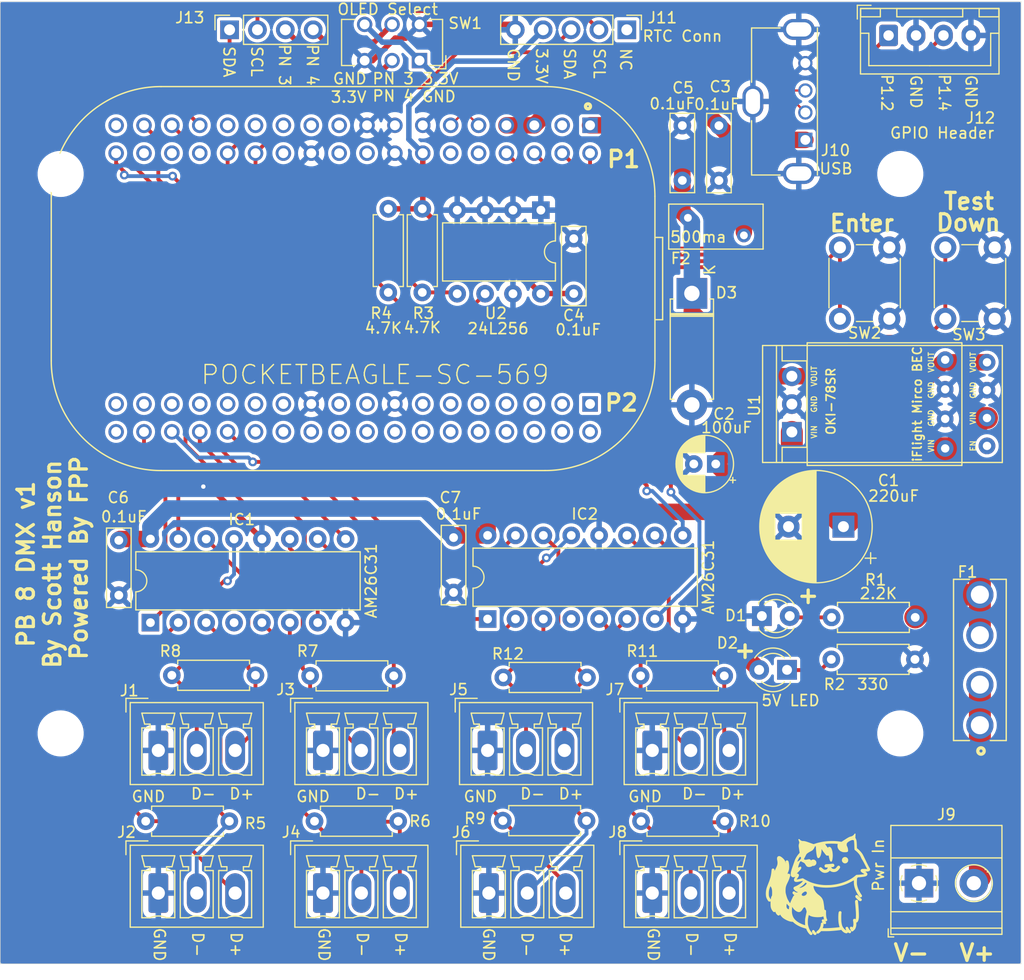
<source format=kicad_pcb>
(kicad_pcb (version 20221018) (generator pcbnew)
  (title_block (title "PB 8 DMX") (date "2023-09-24") (rev "v1") (company "Scott Hanson"))
  (layers (0 "F.Cu" signal) (31 "B.Cu" signal) (34 "B.Paste" user) (35 "F.Paste" user) (36 "B.SilkS" user "B.Silkscreen") (37 "F.SilkS" user "F.Silkscreen") (38 "B.Mask" user) (39 "F.Mask" user) (44 "Edge.Cuts" user))
  (net 0 "")
  (net 1 "GND")
  (net 2 "+5V")
  (net 5 "VIN2")
  (net 6 "USB_D+")
  (net 7 "USB_D-")
  (net 8 "V_USB")
  (net 9 "DATA1")
  (net 10 "DATA2")
  (net 11 "DATA3")
  (net 12 "DATA4")
  (net 13 "DATA5")
  (net 14 "DATA6")
  (net 15 "DATA7")
  (net 16 "DATA8")
  (net 17 "I2C_SDA")
  (net 18 "I2C_SCL")
  (net 19 "+12P")
  (net 20 "/Output 1-8/DMX2+")
  (net 21 "/Output 1-8/DMX2-")
  (net 22 "/Output 1-8/DMX4-")
  (net 23 "/Output 1-8/DMX4+")
  (net 24 "/Output 1-8/DMX3+")
  (net 25 "/Output 1-8/DMX3-")
  (net 26 "/Output 1-8/DMX1-")
  (net 27 "/Output 1-8/DMX1+")
  (net 28 "/Output 1-8/DMX6+")
  (net 29 "/Output 1-8/DMX6-")
  (net 30 "/Output 1-8/DMX8-")
  (net 31 "/Output 1-8/DMX8+")
  (net 32 "/Output 1-8/DMX7+")
  (net 33 "GPIO2")
  (net 34 "GPIO1")
  (net 35 "/OLED_Pin_4")
  (net 36 "/OLED_Pin_3")
  (net 37 "/Output 1-8/DMX7-")
  (net 38 "BTN1")
  (net 39 "BTN2")
  (net 40 "/Output 1-8/DMX5-")
  (net 41 "/Output 1-8/DMX5+")
  (net 42 "+3.3V")
  (net 43 "Net-(D1-A)")
  (net 44 "Net-(D2-K)")
  (footprint "Capacitor_THT:CP_Radial_D5.0mm_P2.00mm" (layer "F.Cu") (at 190.486112 93.1578 180)
    (fp_text reference "C2")
    (fp_text value "100uF")
  )
  (footprint "Connector_Phoenix_MC:PhoenixContact_MCV_1,5_3-G-3.5_1x03_P3.50mm_Vertical" (layer "F.Cu") (at 139.701 132.2678)
    (fp_text reference "J2")
    (fp_text value "String2")
  )
  (footprint "Connector_Phoenix_MC:PhoenixContact_MCV_1,5_3-G-3.5_1x03_P3.50mm_Vertical" (layer "F.Cu") (at 169.701 119.2678)
    (fp_text reference "J5" hide)
    (fp_text value "String5")
  )
  (footprint "Connector_Phoenix_MC:PhoenixContact_MCV_1,5_3-G-3.5_1x03_P3.50mm_Vertical" (layer "F.Cu") (at 169.815342 132.2678)
    (fp_text reference "J6")
    (fp_text value "String6")
  )
  (footprint "Connector_Phoenix_MC:PhoenixContact_MCV_1,5_3-G-3.5_1x03_P3.50mm_Vertical" (layer "F.Cu") (at 184.701 119.2678)
    (fp_text reference "J7")
    (fp_text value "String7")
  )
  (footprint "Connector_Phoenix_MC:PhoenixContact_MCV_1,5_3-G-3.5_1x03_P3.50mm_Vertical" (layer "F.Cu") (at 184.701 132.2678)
    (fp_text reference "J8")
    (fp_text value "String8")
  )
  (footprint "Connector_Phoenix_MC:PhoenixContact_MCV_1,5_3-G-3.5_1x03_P3.50mm_Vertical" (layer "F.Cu") (at 139.701 119.2678)
    (fp_text reference "J1")
    (fp_text value "String1")
  )
  (footprint "Connector_Phoenix_MC:PhoenixContact_MCV_1,5_3-G-3.5_1x03_P3.50mm_Vertical" (layer "F.Cu") (at 154.701 119.2678)
    (fp_text reference "J3" hide)
    (fp_text value "String3")
  )
  (footprint "Connector_Phoenix_MC:PhoenixContact_MCV_1,5_3-G-3.5_1x03_P3.50mm_Vertical" (layer "F.Cu") (at 154.701 132.2678)
    (fp_text reference "J4")
    (fp_text value "String4")
  )
  (footprint "Connector_USB:USB_A_Molex_105057_Vertical" (layer "F.Cu") (at 198.6498 63.6136 90)
    (fp_text reference "J10")
    (fp_text value "USB")
  )
  (footprint "Connector_PinHeader_2.54mm:PinHeader_1x05_P2.54mm_Vertical" (layer "F.Cu") (at 182.3826 53.5786 -90)
    (fp_text reference "J11")
    (fp_text value "RTC Conn")
  )
  (footprint "Scotts:Universal_5V_Horizontal" (layer "F.Cu") (at 197.419 90.2378 90)
    (fp_text reference "U1")
    (fp_text value "Universe5V")
  )
  (footprint "Fuse:Fuse_BelFuse_0ZRE0005FF_L8.3mm_W3.8mm" (layer "F.Cu") (at 193.051 72.3178 180)
    (fp_text reference "F2")
    (fp_text value "500ma")
  )
  (footprint "Capacitor_THT:C_Rect_L7.0mm_W2.0mm_P5.00mm" (layer "F.Cu") (at 190.7758 62.3186 -90)
    (fp_text reference "C3")
    (fp_text value "0.1uF")
  )
  (footprint "Capacitor_THT:C_Rect_L7.0mm_W2.0mm_P5.00mm" (layer "F.Cu") (at 187.4426 67.3086 90)
    (fp_text reference "C5")
    (fp_text value "0.1uF")
  )
  (footprint "POCKETBEAGLE:BEAGLE_POCKETBEAGLE-SC-569" (layer "F.Cu") (at 157.4457 76.2552 -90)
    (fp_text reference "U3" hide)
    (fp_text value "POCKETBEAGLE-SC-569")
  )
  (footprint "Connector_PinSocket_2.54mm:PinSocket_1x04_P2.54mm_Vertical" (layer "F.Cu") (at 146.1926 53.5786 90)
    (fp_text reference "J13")
    (fp_text value "OLED Select")
  )
  (footprint "LED_THT:LED_D3.0mm_Clear" (layer "F.Cu") (at 194.686 107.0178)
    (fp_text reference "D1")
    (fp_text value "VIN2 LED")
  )
  (footprint "Resistor_THT:R_Axial_DIN0207_L6.3mm_D2.5mm_P7.62mm_Horizontal" (layer "F.Cu") (at 201.041 107.1428)
    (fp_text reference "R1")
    (fp_text value "2.2K")
  )
  (footprint "LED_THT:LED_D3.0mm_Clear" (layer "F.Cu") (at 196.981 111.9228 180)
    (fp_text reference "D2")
    (fp_text value "5V LED")
  )
  (footprint "Resistor_THT:R_Axial_DIN0207_L6.3mm_D2.5mm_P7.62mm_Horizontal" (layer "F.Cu") (at 208.636 110.9678 180)
    (fp_text reference "R2")
    (fp_text value "330")
  )
  (footprint "Connector_JST:JST_XH_B4B-XH-A_1x04_P2.50mm_Vertical" (layer "F.Cu") (at 206.2338 54.0946)
    (fp_text reference "J12")
    (fp_text value "GPIO Header")
  )
  (footprint "Button_Switch_THT:SW_CuK_JS202011CQN_DPDT_Straight" (layer "F.Cu") (at 163.4962 56.3846 180)
    (fp_text reference "SW1")
    (fp_text value "OLED Select")
  )
  (footprint "Keystone_Fuse:FUSE_3544-2" (layer "F.Cu") (at 214.551 111.0178 90)
    (fp_text reference "F1")
    (fp_text value "3544-2")
  )
  (footprint "TerminalBlock_Phoenix:TerminalBlock_Phoenix_MKDS-1,5-2_1x02_P5.00mm_Horizontal" (layer "F.Cu") (at 209.001 131.3678)
    (fp_text reference "J9")
    (fp_text value "Pwr In")
  )
  (footprint "Capacitor_THT:CP_Radial_D10.0mm_P5.00mm" (layer "F.Cu") (at 202.1188 98.8676 180)
    (fp_text reference "C1")
    (fp_text value "220uF")
  )
  (footprint "Resistor_THT:R_Axial_DIN0207_L6.3mm_D2.5mm_P7.62mm_Horizontal" (layer "F.Cu") (at 163.751 77.5178 90)
    (fp_text reference "R3")
    (fp_text value "4.7K")
  )
  (footprint "Resistor_THT:R_Axial_DIN0207_L6.3mm_D2.5mm_P7.62mm_Horizontal" (layer "F.Cu") (at 160.651 77.5178 90)
    (fp_text reference "R4")
    (fp_text value "4.7K")
  )
  (footprint "Package_DIP:DIP-8_W7.62mm" (layer "F.Cu") (at 174.551 70.0178 -90)
    (fp_text reference "U2")
    (fp_text value "24L256")
  )
  (footprint "Capacitor_THT:C_Rect_L7.0mm_W2.0mm_P5.00mm" (layer "F.Cu") (at 177.551 77.6178 90)
    (fp_text reference "C4")
    (fp_text value "0.1uF")
  )
  (footprint "Button_Switch_THT:SW_PUSH_6mm" (layer "F.Cu") (at 206.301 73.4178 -90)
    (fp_text reference "SW2")
    (fp_text value "Enter BTN")
  )
  (footprint "Button_Switch_THT:SW_PUSH_6mm" (layer "F.Cu") (at 215.901 73.4178 -90)
    (fp_text reference "SW3")
    (fp_text value "Down BTN")
  )
  (footprint "Diode_THT:D_5W_P10.16mm_Horizontal" (layer "F.Cu") (at 188.311 77.6078 -90)
    (fp_text reference "D3")
    (fp_text value "Zener 5.1V")
  )
  (footprint "Package_DIP:DIP-16_W7.62mm" (layer "F.Cu") (at 169.701 107.2878 90)
    (fp_text reference "IC2")
    (fp_text value "AM26C31")
  )
  (footprint "Resistor_THT:R_Axial_DIN0207_L6.3mm_D2.5mm_P7.62mm_Horizontal" (layer "F.Cu") (at 178.751 112.6178 180)
    (fp_text reference "R12")
    (fp_text value "120")
  )
  (footprint "Capacitor_THT:C_Rect_L7.0mm_W2.0mm_P5.00mm" (layer "F.Cu") (at 166.601 99.8678 -90)
    (fp_text reference "C7")
    (fp_text value "0.1uF")
  )
  (footprint "Capacitor_THT:C_Rect_L7.0mm_W2.0mm_P5.00mm" (layer "F.Cu") (at 136.101 100.1178 -90)
    (fp_text reference "C6")
    (fp_text value "0.1uF")
  )
  (footprint "Resistor_THT:R_Axial_DIN0207_L6.3mm_D2.5mm_P7.62mm_Horizontal" (layer "F.Cu") (at 161.151 112.4678 180)
    (fp_text reference "R7")
    (fp_text value "120")
  )
  (footprint "Scotts:MountingHole_3.7mm" (layer "F.Cu") (at 130.801 117.7178)
    (fp_text reference "H4")
    (fp_text value "MountingHole")
  )
  (footprint "Scotts:MountingHole_3.7mm" (layer "F.Cu") (at 207.301 66.7178)
    (fp_text reference "H1")
    (fp_text value "MountingHole")
  )
  (footprint "Resistor_THT:R_Axial_DIN0207_L6.3mm_D2.5mm_P7.62mm_Horizontal" (layer "F.Cu") (at 161.551 125.7178 180)
    (fp_text reference "R6")
    (fp_text value "120")
  )
  (footprint "Resistor_THT:R_Axial_DIN0207_L6.3mm_D2.5mm_P7.62mm_Horizontal" (layer "F.Cu") (at 191.261 112.4678 180)
    (fp_text reference "R11")
    (fp_text value "120")
  )
  (footprint "Resistor_THT:R_Axial_DIN0207_L6.3mm_D2.5mm_P7.62mm_Horizontal" (layer "F.Cu") (at 148.551 112.4178 180)
    (fp_text reference "R8")
    (fp_text value "120")
  )
  (footprint "Resistor_THT:R_Axial_DIN0207_L6.3mm_D2.5mm_P7.62mm_Horizontal" (layer "F.Cu") (at 171.091 125.6678)
    (fp_text reference "R9")
    (fp_text value "120")
  )
  (footprint "Resistor_THT:R_Axial_DIN0207_L6.3mm_D2.5mm_P7.62mm_Horizontal" (layer "F.Cu") (at 191.301 125.7178 180)
    (fp_text reference "R10")
    (fp_text value "120")
  )
  (footprint "Scotts:chewi_15" (layer "F.Cu") (at 199.592295 130.314042)
    (fp_text reference "G***")
    (fp_text value "LOGO" hide)
  )
  (footprint "Scotts:MountingHole_3.7mm" (layer "F.Cu") (at 207.301 117.7178)
    (fp_text reference "H2")
    (fp_text value "MountingHole")
  )
  (footprint "Package_DIP:DIP-16_W7.62mm" (layer "F.Cu") (at 138.981 107.6178 90)
    (fp_text reference "IC1")
    (fp_text value "AM26C31")
  )
  (footprint "Resistor_THT:R_Axial_DIN0207_L6.3mm_D2.5mm_P7.62mm_Horizontal" (layer "F.Cu") (at 138.551 125.7178)
    (fp_text reference "R5")
    (fp_text value "120")
  )
  (footprint "Scotts:MountingHole_3.7mm" (layer "F.Cu") (at 130.801 66.7178)
    (fp_text reference "H3")
    (fp_text value "MountingHole")
  )
  (gr_line (start 218.301 138.7178) (end 218.301 51.0178) (stroke (width 0.05)) (layer "Edge.Cuts"))
  (gr_line (start 125.301 51.0178) (end 125.301 138.7178) (stroke (width 0.05)) (layer "Edge.Cuts"))
  (gr_line (start 218.301 51.0178) (end 125.301 51.0178) (stroke (width 0.05)) (layer "Edge.Cuts"))
  (gr_line (start 218.301 138.7178) (end 125.301 138.7178) (stroke (width 0.05)) (layer "Edge.Cuts"))
  (gr_text "${TITLE} ${REVISION} \nBy ${COMPANY} \nPowered By FPP" (at 130.051 101.7178 90) (layer "F.SilkS") (effects (font (size 1.5 1.5) (thickness 0.3))))
  (gr_text "PN 3" (at 151.2026 56.791 270) (layer "F.SilkS") (effects (font (size 1 1))))
  (gr_text "SCL" (at 148.6726 56.475743 270) (layer "F.SilkS") (effects (font (size 1 1))))
  (gr_text "SDA" (at 146.1426 56.499553 270) (layer "F.SilkS") (effects (font (size 1 1))))
  (gr_text "P1.4" (at 211.3138 59.327 270) (layer "F.SilkS") (effects (font (size 1 1))))
  (gr_text "GND" (at 208.723 59.2254 270) (layer "F.SilkS") (effects (font (size 1 1))))
  (gr_text "GND" (at 213.7522 59.2254 270) (layer "F.SilkS") (effects (font (size 1 1))))
  (gr_text "3.3V" (at 157.043 59.7118) (layer "F.SilkS") (effects (font (size 1 1))))
  (gr_text "GND" (at 165.2726 59.661) (layer "F.SilkS") (effects (font (size 1 1))))
  (gr_text "GND" (at 157.1446 58.0342) (layer "F.SilkS") (effects (font (size 1 1))))
  (gr_text "PN 3" (at 161.107 58.0342) (layer "F.SilkS") (effects (font (size 1 1))))
  (gr_text "PN 4" (at 153.7426 56.791 270) (layer "F.SilkS") (effects (font (size 1 1))))
  (gr_text "P1" (at 182.089 65.3762) (layer "F.SilkS") (effects (font (size 1.5 1.5) (thickness 0.3))))
  (gr_text "D-" (at 188.551 123.2178) (layer "F.SilkS") (effects (font (size 1 1))))
  (gr_text "D+" (at 161.801 136.9678 270) (layer "F.SilkS") (effects (font (size 1 1))))
  (gr_text "P2" (at 181.8858 87.5758) (layer "F.SilkS") (effects (font (size 1.5 1.5) (thickness 0.3))))
  (gr_text "GND" (at 154.801 136.9678 270) (layer "F.SilkS") (effects (font (size 1 1))))
  (gr_text "Enter" (at 203.801 71.2178) (layer "F.SilkS") (effects (font (size 1.5 1.5) (thickness 0.3))))
  (gr_text "GND" (at 184.801 136.9678 270) (layer "F.SilkS") (effects (font (size 1 1))))
  (gr_text "V+" (at 214.301 137.7178) (layer "F.SilkS") (effects (font (size 1.5 1.5) (thickness 0.3) bold)))
  (gr_text "D-" (at 173.801 123.2178) (layer "F.SilkS") (effects (font (size 1 1))))
  (gr_text "+" (at 198.801 105.2178 90) (layer "F.SilkS") (effects (font (size 1.5 1.5) (thickness 0.3))))
  (gr_text "GND" (at 169.051 123.4678) (layer "F.SilkS") (effects (font (size 1 1))))
  (gr_text "D-" (at 188.301 136.9678 270) (layer "F.SilkS") (effects (font (size 1 1))))
  (gr_text "3.3V" (at 165.425 58.0342) (layer "F.SilkS") (effects (font (size 1 1))))
  (gr_text "D+" (at 177.301 123.2178) (layer "F.SilkS") (effects (font (size 1 1))))
  (gr_text "D-" (at 143.801 123.2178) (layer "F.SilkS") (effects (font (size 1 1))))
  (gr_text "GND" (at 184.051 123.4678) (layer "F.SilkS") (effects (font (size 1 1))))
  (gr_text "NC" (at 182.2826 56.2936 270) (layer "F.SilkS") (effects (font (size 1 1))))
  (gr_text "D+" (at 146.801 136.9678 270) (layer "F.SilkS") (effects (font (size 1 1))))
  (gr_text "D+" (at 191.801 136.9678 270) (layer "F.SilkS") (effects (font (size 1 1))))
  (gr_text "V-" (at 208.301 137.7178) (layer "F.SilkS") (effects (font (size 1.5 1.5) (thickness 0.3) bold)))
  (gr_text "D+" (at 147.301 123.2178) (layer "F.SilkS") (effects (font (size 1 1))))
  (gr_text "GND" (at 153.801 123.4678) (layer "F.SilkS") (effects (font (size 1 1))))
  (gr_text "SDA" (at 177.1626 56.674553 270) (layer "F.SilkS") (effects (font (size 1 1))))
  (gr_text "P1.2" (at 206.0814 59.327 270) (layer "F.SilkS") (effects (font (size 1 1))))
  (gr_text "Test" (at 213.551 69.2178) (layer "F.SilkS") (effects (font (size 1.5 1.5) (thickness 0.3))))
  (gr_text "D+" (at 192.051 123.2178) (layer "F.SilkS") (effects (font (size 1 1))))
  (gr_text "SCL" (at 179.8726 56.650743 270) (layer "F.SilkS") (effects (font (size 1 1))))
  (gr_text "D+" (at 176.801 136.9678 270) (layer "F.SilkS") (effects (font (size 1 1))))
  (gr_text "D-" (at 158.301 136.9678 270) (layer "F.SilkS") (effects (font (size 1 1))))
  (gr_text "PN 4" (at 161.107 59.6102) (layer "F.SilkS") (effects (font (size 1 1))))
  (gr_text "GND" (at 169.801 136.9678 270) (layer "F.SilkS") (effects (font (size 1 1))))
  (gr_text "3.3V" (at 174.6226 56.888838 270) (layer "F.SilkS") (effects (font (size 1 1))))
  (gr_text "D-" (at 173.301 136.9678 270) (layer "F.SilkS") (effects (font (size 1 1))))
  (gr_text "D-" (at 158.801 123.2178) (layer "F.SilkS") (effects (font (size 1 1))))
  (gr_text "GND" (at 138.801 123.4678) (layer "F.SilkS") (effects (font (size 1 1))))
  (gr_text "D+" (at 162.301 123.2178) (layer "F.SilkS") (effects (font (size 1 1))))
  (gr_text "Down" (at 213.501 71.1678) (layer "F.SilkS") (effects (font (size 1.5 1.5) (thickness 0.3))))
  (gr_text "D-" (at 143.301 136.9678 270) (layer "F.SilkS") (effects (font (size 1 1))))
  (gr_text "+" (at 193.051 110.2178 90) (layer "F.SilkS") (effects (font (size 1.5 1.5) (thickness 0.3))))
  (gr_text "GND" (at 139.801 136.9678 270) (layer "F.SilkS") (effects (font (size 1 1))))
  (gr_text "GND" (at 172.0426 56.7936 270) (layer "F.SilkS") (effects (font (size 1 1))))
  (segment (start 158.4962 56.3846) (end 159.228433 56.3846) (width 0.5) (layer "F.Cu") (net 1))
  (segment (start 161.278433 54.3346) (end 162.2462 54.3346) (width 0.5) (layer "F.Cu") (net 1))
  (segment (start 159.228433 56.3846) (end 161.278433 54.3346) (width 0.5) (layer "F.Cu") (net 1))
  (segment (start 149.141 99.9978) (end 144.361 95.2178) (width 0.5) (layer "F.Cu") (net 1))
  (segment (start 163.4962 53.0846) (end 171.7286 53.0846) (width 0.5) (layer "F.Cu") (net 1))
  (segment (start 171.7286 53.0846) (end 172.2226 53.5786) (width 0.5) (layer "F.Cu") (net 1))
  (segment (start 144.361 95.2178) (end 143.801 95.2178) (width 0.5) (layer "F.Cu") (net 1))
  (segment (start 162.2462 54.3346) (end 163.4962 53.0846) (width 0.5) (layer "F.Cu") (net 1))
  (via (at 143.801 95.2178) (size 0.8) (drill 0.4) (layers "F.Cu" "B.Cu") (net 1))
  (segment (start 169.701 99.6678) (end 169.701 98.53643) (width 1.5) (layer "F.Cu") (net 2))
  (segment (start 188.311 79.3278) (end 194.141 85.1578) (width 1.5) (layer "F.Cu") (net 2))
  (segment (start 190.486112 93.1578) (end 194.141 89.502912) (width 1.5) (layer "F.Cu") (net 2))
  (segment (start 138.981 99.9978) (end 136.221 99.9978) (width 1.5) (layer "F.Cu") (net 2))
  (segment (start 211.62094 83.8878) (end 211.389 83.65586) (width 1.5) (layer "F.Cu") (net 2))
  (segment (start 187.4426 70.2094) (end 187.951 70.7178) (width 1.5) (layer "F.Cu") (net 2))
  (segment (start 183.8748 62.2852) (end 179.0357 62.2852) (width 1.5) (layer "F.Cu") (net 2))
  (segment (start 190.486112 93.1578) (end 191.301 93.972688) (width 1.5) (layer "F.Cu") (net 2))
  (segment (start 197.419 85.1578) (end 209.88706 85.1578) (width 1.5) (layer "F.Cu") (net 2))
  (segment (start 187.4426 67.3086) (end 187.4426 70.2094) (width 1.5) (layer "F.Cu") (net 2))
  (segment (start 170.71963 97.5178) (end 190.501 97.5178) (width 1.5) (layer "F.Cu") (net 2))
  (segment (start 191.301 108.7828) (end 194.441 111.9228) (width 1.5) (layer "F.Cu") (net 2))
  (segment (start 166.801 99.6678) (end 166.601 99.8678) (width 1.5) (layer "F.Cu") (net 2))
  (segment (start 209.88706 85.1578) (end 211.389 83.65586) (width 1.5) (layer "F.Cu") (net 2))
  (segment (start 191.301 93.972688) (end 191.301 96.7178) (width 1.5) (layer "F.Cu") (net 2))
  (segment (start 188.311 77.6078) (end 188.311 79.3278) (width 1.5) (layer "F.Cu") (net 2))
  (segment (start 187.4426 65.853) (end 183.8748 62.2852) (width 1.5) (layer "F.Cu") (net 2))
  (segment (start 191.301 96.7178) (end 191.301 108.7828) (width 1.5) (layer "F.Cu") (net 2))
  (segment (start 169.701 98.53643) (end 170.71963 97.5178) (width 1.5) (layer "F.Cu") (net 2))
  (segment (start 136.221 99.9978) (end 136.101 100.1178) (width 1.5) (layer "F.Cu") (net 2))
  (segment (start 169.701 99.6678) (end 166.801 99.6678) (width 1.5) (layer "F.Cu") (net 2))
  (segment (start 194.141 89.502912) (end 194.141 85.1578) (width 1.5) (layer "F.Cu") (net 2))
  (segment (start 190.501 97.5178) (end 191.301 96.7178) (width 1.5) (layer "F.Cu") (net 2))
  (segment (start 194.141 85.1578) (end 197.419 85.1578) (width 1.5) (layer "F.Cu") (net 2))
  (segment (start 187.4426 67.3086) (end 187.4426 65.853) (width 1.5) (layer "F.Cu") (net 2))
  (segment (start 215.199 83.8878) (end 211.62094 83.8878) (width 1.5) (layer "F.Cu") (net 2))
  (segment (start 163.951 97.2178) (end 140.626 97.2178) (width 1.5) (layer "B.Cu") (net 2))
  (segment (start 140.626 97.2178) (end 138.981 98.8628) (width 1.5) (layer "B.Cu") (net 2))
  (segment (start 188.311 77.6078) (end 188.311 71.0778) (width 1.5) (layer "B.Cu") (net 2))
  (segment (start 166.601 99.8678) (end 163.951 97.2178) (width 1.5) (layer "B.Cu") (net 2))
  (segment (start 188.311 71.0778) (end 187.951 70.7178) (width 1.5) (layer "B.Cu") (net 2))
  (segment (start 138.981 98.8628) (end 138.981 99.9978) (width 1.5) (layer "B.Cu") (net 2))
  (segment (start 214.551 130.8178) (end 214.001 131.3678) (width 2) (layer "F.Cu") (net 5))
  (segment (start 214.551 116.9678) (end 214.551 130.8178) (width 2) (layer "F.Cu") (net 5))
  (segment (start 214.551 113.2678) (end 214.551 116.9678) (width 2) (layer "F.Cu") (net 5))
  (segment (start 197.286197 59.1136) (end 198.6498 59.1136) (width 0.2) (layer "F.Cu") (net 6))
  (segment (start 167.3807 60.2591) (end 170.515 57.1248) (width 0.2) (layer "F.Cu") (net 6))
  (segment (start 195.297397 57.1248) (end 197.286197 59.1136) (width 0.2) (layer "F.Cu") (net 6))
  (segment (start 170.515 57.1248) (end 195.297397 57.1248) (width 0.2) (layer "F.Cu") (net 6))
  (segment (start 167.3807 61.2402) (end 167.3807 60.2591) (width 0.2) (layer "F.Cu") (net 6))
  (segment (start 166.3357 62.2852) (end 167.3807 61.2402) (width 0.2) (layer "F.Cu") (net 6))
  (segment (start 196.967998 59.431798) (end 198.6498 61.1136) (width 0.2) (layer "F.Cu") (net 7))
  (segment (start 167.8307 60.4455) (end 170.7014 57.5748) (width 0.2) (layer "F.Cu") (net 7))
  (segment (start 167.8307 61.2402) (end 167.8307 60.4455) (width 0.2) (layer "F.Cu") (net 7))
  (segment (start 168.8757 62.2852) (end 167.8307 61.2402) (width 0.2) (layer "F.Cu") (net 7))
  (segment (start 170.7014 57.5748) (end 195.111 57.5748) (width 0.2) (layer "F.Cu") (net 7))
  (segment (start 195.111 57.5748) (end 196.967998 59.431798) (width 0.2) (layer "F.Cu") (net 7))
  (segment (start 171.4157 62.2852) (end 173.9557 62.2852) (width 1.5) (layer "F.Cu") (net 8))
  (segment (start 198.6498 63.6136) (end 192.0708 63.6136) (width 1.5) (layer "F.Cu") (net 8))
  (segment (start 193.051 72.0178) (end 193.051 64.5938) (width 1.5) (layer "F.Cu") (net 8))
  (segment (start 173.9557 62.2852) (end 176.0431 60.1978) (width 1.5) (layer "F.Cu") (net 8))
  (segment (start 192.0708 63.6136) (end 190.7758 62.3186) (width 1.5) (layer "F.Cu") (net 8))
  (segment (start 188.655 60.1978) (end 190.7758 62.3186) (width 1.5) (layer "F.Cu") (net 8))
  (segment (start 176.0431 60.1978) (end 188.655 60.1978) (width 1.5) (layer "F.Cu") (net 8))
  (segment (start 193.051 64.5938) (end 192.0708 63.6136) (width 1.5) (layer "F.Cu") (net 8))
  (segment (start 137.101 61.5178) (end 138.001 60.6178) (width 0.35) (layer "F.Cu") (net 9))
  (segment (start 141.8083 60.6178) (end 143.4757 62.2852) (width 0.35) (layer "F.Cu") (net 9))
  (segment (start 139.701 68.2178) (end 137.101 65.6178) (width 0.35) (layer "F.Cu") (net 9))
  (segment (start 141.521 93.4378) (end 139.701 91.6178) (width 0.35) (layer "F.Cu") (net 9))
  (segment (start 141.521 99.9978) (end 141.521 93.4378) (width 0.35) (layer "F.Cu") (net 9))
  (segment (start 138.001 60.6178) (end 141.8083 60.6178) (width 0.35) (layer "F.Cu") (net 9))
  (segment (start 137.101 65.6178) (end 137.101 61.5178) (width 0.35) (layer "F.Cu") (net 9))
  (segment (start 139.701 91.6178) (end 139.701 68.2178) (width 0.35) (layer "F.Cu") (net 9))
  (segment (start 140.346 94.0128) (end 140.346 106.2528) (width 0.35) (layer "F.Cu") (net 10))
  (segment (start 138.3957 92.0625) (end 140.346 94.0128) (width 0.35) (layer "F.Cu") (net 10))
  (segment (start 140.346 106.2528) (end 138.981 107.6178) (width 0.35) (layer "F.Cu") (net 10))
  (segment (start 138.3957 90.2252) (end 138.3957 92.0625) (width 0.35) (layer "F.Cu") (net 10))
  (segment (start 138.3957 90.2252) (end 138.3957 90.3231) (width 0.35) (layer "F.Cu") (net 10))
  (segment (start 148.001 95.7178) (end 143.4757 91.1925) (width 0.35) (layer "F.Cu") (net 11))
  (segment (start 156.761 99.9978) (end 152.481 95.7178) (width 0.35) (layer "F.Cu") (net 11))
  (segment (start 152.481 95.7178) (end 148.001 95.7178) (width 0.35) (layer "F.Cu") (net 11))
  (segment (start 143.4757 91.1925) (end 143.4757 90.2252) (width 0.35) (layer "F.Cu") (net 11))
  (segment (start 154.221 107.6178) (end 154.221 102.1378) (width 0.35) (layer "F.Cu") (net 12))
  (segment (start 153.046 100.9628) (end 153.046 98.7128) (width 0.35) (layer "F.Cu") (net 12))
  (segment (start 147.501 96.7178) (end 142.176 91.3928) (width 0.35) (layer "F.Cu") (net 12))
  (segment (start 139.701 67.2178) (end 139.701 63.5905) (width 0.35) (layer "F.Cu") (net 12))
  (segment (start 142.176 69.6928) (end 139.701 67.2178) (width 0.35) (layer "F.Cu") (net 12))
  (segment (start 151.051 96.7178) (end 147.501 96.7178) (width 0.35) (layer "F.Cu") (net 12))
  (segment (start 153.046 98.7128) (end 151.051 96.7178) (width 0.35) (layer "F.Cu") (net 12))
  (segment (start 154.221 102.1378) (end 153.046 100.9628) (width 0.35) (layer "F.Cu") (net 12))
  (segment (start 142.176 91.3928) (end 142.176 69.6928) (width 0.35) (layer "F.Cu") (net 12))
  (segment (start 139.701 63.5905) (end 138.3957 62.2852) (width 0.35) (layer "F.Cu") (net 12))
  (segment (start 169.441 102.4678) (end 172.241 99.6678) (width 0.35) (layer "F.Cu") (net 13))
  (segment (start 148.301 92.9678) (end 154.301 92.9678) (width 0.35) (layer "F.Cu") (net 13))
  (segment (start 154.301 92.9678) (end 163.801 102.4678) (width 0.35) (layer "F.Cu") (net 13))
  (segment (start 163.801 102.4678) (end 169.441 102.4678) (width 0.35) (layer "F.Cu") (net 13))
  (via (at 148.301 92.9678) (size 0.8) (drill 0.4) (layers "F.Cu" "B.Cu") (net 13))
  (segment (start 143.2783 92.5678) (end 140.9357 90.2252) (width 0.35) (layer "B.Cu") (net 13))
  (segment (start 148.301 92.9678) (end 147.901 92.5678) (width 0.35) (layer "B.Cu") (net 13))
  (segment (start 147.901 92.5678) (end 143.2783 92.5678) (width 0.35) (layer "B.Cu") (net 13))
  (segment (start 154.099439 94.7178) (end 166.669439 107.2878) (width 0.35) (layer "F.Cu") (net 14))
  (segment (start 148.301 94.7178) (end 154.099439 94.7178) (width 0.35) (layer "F.Cu") (net 14))
  (segment (start 136.601 66.8178) (end 136.601 66.5178) (width 0.35) (layer "F.Cu") (net 14))
  (segment (start 135.8557 65.7725) (end 135.8557 64.8252) (width 0.35) (layer "F.Cu") (net 14))
  (segment (start 166.669439 107.2878) (end 169.701 107.2878) (width 0.35) (layer "F.Cu") (net 14))
  (segment (start 144.801 70.7178) (end 144.801 91.2178) (width 0.35) (layer "F.Cu") (net 14))
  (segment (start 141.001 66.9178) (end 144.801 70.7178) (width 0.35) (layer "F.Cu") (net 14))
  (segment (start 136.601 66.5178) (end 135.8557 65.7725) (width 0.35) (layer "F.Cu") (net 14))
  (segment (start 144.801 91.2178) (end 148.301 94.7178) (width 0.35) (layer "F.Cu") (net 14))
  (via (at 141.001 66.9178) (size 0.8) (drill 0.4) (layers "F.Cu" "B.Cu") (net 14))
  (via (at 136.601 66.8178) (size 0.8) (drill 0.4) (layers "F.Cu" "B.Cu") (net 14))
  (segment (start 136.601 66.8178) (end 136.701 66.9178) (width 0.35) (layer "B.Cu") (net 14))
  (segment (start 136.701 66.9178) (end 141.001 66.9178) (width 0.35) (layer "B.Cu") (net 14))
  (segment (start 184.201 95.1178) (end 180.801 91.7178) (width 0.35) (layer "F.Cu") (net 15))
  (segment (start 184.201 95.6178) (end 184.201 95.1178) (width 0.35) (layer "F.Cu") (net 15))
  (segment (start 147.5083 91.7178) (end 146.0157 90.2252) (width 0.35) (layer "F.Cu") (net 15))
  (segment (start 180.801 91.7178) (end 147.5083 91.7178) (width 0.35) (layer "F.Cu") (net 15))
  (via (at 184.201 95.6178) (size 0.8) (drill 0.4) (layers "F.Cu" "B.Cu") (net 15))
  (segment (start 184.201 95.6178) (end 184.701 95.6178) (width 0.35) (layer "B.Cu") (net 15))
  (segment (start 184.701 95.6178) (end 187.481 98.3978) (width 0.35) (layer "B.Cu") (net 15))
  (segment (start 187.481 98.3978) (end 187.481 99.6678) (width 0.35) (layer "B.Cu") (net 15))
  (segment (start 159.101 83.4678) (end 142.201 66.5678) (width 0.35) (layer "F.Cu") (net 16))
  (segment (start 181.551 90.2178) (end 181.551 86.9678) (width 0.35) (layer "F.Cu") (net 16))
  (segment (start 178.051 83.4678) (end 159.101 83.4678) (width 0.35) (layer "F.Cu") (net 16))
  (segment (start 142.201 66.5678) (end 142.201 63.5505) (width 0.35) (layer "F.Cu") (net 16))
  (segment (start 181.551 86.9678) (end 178.051 83.4678) (width 0.35) (layer "F.Cu") (net 16))
  (segment (start 142.201 63.5505) (end 140.9357 62.2852) (width 0.35) (layer "F.Cu") (net 16))
  (segment (start 186.401 95.0678) (end 181.551 90.2178) (width 0.35) (layer "F.Cu") (net 16))
  (segment (start 186.401 95.7178) (end 186.401 95.0678) (width 0.35) (layer "F.Cu") (net 16))
  (via (at 186.401 95.7178) (size 0.8) (drill 0.4) (layers "F.Cu" "B.Cu") (net 16))
  (segment (start 187.101 105.1678) (end 187.061 105.1678) (width 0.35) (layer "B.Cu") (net 16))
  (segment (start 187.061 105.1678) (end 184.941 107.2878) (width 0.35) (layer "B.Cu") (net 16))
  (segment (start 189.001 98.4178) (end 189.001 103.2678) (width 0.35) (layer "B.Cu") (net 16))
  (segment (start 186.401 95.8178) (end 189.001 98.4178) (width 0.35) (layer "B.Cu") (net 16))
  (segment (start 189.001 103.2678) (end 187.101 105.1678) (width 0.35) (layer "B.Cu") (net 16))
  (segment (start 186.401 95.7178) (end 186.401 95.8178) (width 0.35) (layer "B.Cu") (net 16))
  (segment (start 166.811 77.5178) (end 166.931 77.6378) (width 0.35) (layer "F.Cu") (net 17))
  (segment (start 149.831 58.8484) (end 149.8056 58.823) (width 0.35) (layer "F.Cu") (net 17))
  (segment (start 166.9682 55.6226) (end 175.2586 55.6226) (width 0.35) (layer "F.Cu") (net 17))
  (segment (start 146.1926 53.5786) (end 146.1926 55.21) (width 0.35) (layer "F.Cu") (net 17))
  (segment (start 163.7678 58.823) (end 166.9682 55.6226) (width 0.35) (layer "F.Cu") (net 17))
  (segment (start 148.5557 65.9725) (end 148.5557 64.8252) (width 0.35) (layer "F.Cu") (net 17))
  (segment (start 163.751 77.5178) (end 153.951 67.7178) (width 0.35) (layer "F.Cu") (net 17))
  (segment (start 148.5557 64.8252) (end 149.831 63.5499) (width 0.35) (layer "F.Cu") (net 17))
  (segment (start 149.831 63.5499) (end 149.831 58.8484) (width 0.35) (layer "F.Cu") (net 17))
  (segment (start 175.2586 55.6226) (end 177.3026 53.5786) (width 0.35) (layer "F.Cu") (net 17))
  (segment (start 149.8056 58.823) (end 163.7678 58.823) (width 0.35) (layer "F.Cu") (net 17))
  (segment (start 146.1926 55.21) (end 149.8056 58.823) (width 0.35) (layer "F.Cu") (net 17))
  (segment (start 163.751 77.5178) (end 166.811 77.5178) (width 0.35) (layer "F.Cu") (net 17))
  (segment (start 153.951 67.7178) (end 150.301 67.7178) (width 0.35) (layer "F.Cu") (net 17))
  (segment (start 150.301 67.7178) (end 148.5557 65.9725) (width 0.35) (layer "F.Cu") (net 17))
  (segment (start 148.7326 51.8686) (end 148.7326 53.5786) (width 0.35) (layer "F.Cu") (net 18))
  (segment (start 178.1326 51.8686) (end 150.4426 51.8686) (width 0.35) (layer "F.Cu") (net 18))
  (segment (start 147.3226 63.5386) (end 147.3226 58.5286) (width 0.35) (layer "F.Cu") (net 18))
  (segment (start 179.8426 53.5786) (end 178.1326 51.8686) (width 0.35) (layer "F.Cu") (net 18))
  (segment (start 168.091 79.0178) (end 168.671001 78.437799) (width 0.35) (layer "F.Cu") (net 18))
  (segment (start 162.151 79.0178) (end 168.091 79.0178) (width 0.35) (layer "F.Cu") (net 18))
  (segment (start 146.0157 65.9325) (end 146.0157 64.8252) (width 0.35) (layer "F.Cu") (net 18))
  (segment (start 144.1226 52.4686) (end 144.7226 51.8686) (width 0.35) (layer "F.Cu") (net 18))
  (segment (start 146.036 64.8252) (end 147.3226 63.5386) (width 0.35) (layer "F.Cu") (net 18))
  (segment (start 144.1226 55.3286) (end 144.1226 52.4686) (width 0.35) (layer "F.Cu") (net 18))
  (segment (start 160.651 77.5178) (end 152.101 68.9678) (width 0.35) (layer "F.Cu") (net 18))
  (segment (start 160.651 77.5178) (end 162.151 79.0178) (width 0.35) (layer "F.Cu") (net 18))
  (segment (start 144.7226 51.8686) (end 150.4426 51.8686) (width 0.35) (layer "F.Cu") (net 18))
  (segment (start 146.0157 64.8252) (end 146.036 64.8252) (width 0.35) (layer "F.Cu") (net 18))
  (segment (start 168.671001 78.437799) (end 169.471 77.6378) (width 0.35) (layer "F.Cu") (net 18))
  (segment (start 147.3226 58.5286) (end 144.1226 55.3286) (width 0.35) (layer "F.Cu") (net 18))
  (segment (start 149.051 68.9678) (end 146.0157 65.9325) (width 0.35) (layer "F.Cu") (net 18))
  (segment (start 152.101 68.9678) (end 149.051 68.9678) (width 0.35) (layer "F.Cu") (net 18))
  (segment (start 150.4426 51.8686) (end 148.7326 51.8686) (width 0.35) (layer "F.Cu") (net 18))
  (segment (start 215.199 88.9678) (end 214.823582 88.9678) (width 2) (layer "F.Cu") (net 19))
  (segment (start 202.1188 98.8676) (end 202.1188 98.7004) (width 2) (layer "F.Cu") (net 19))
  (segment (start 212.051642 91.73974) (end 211.389 91.73974) (width 2) (layer "F.Cu") (net 19))
  (segment (start 197.419 94.0006) (end 197.419 90.2378) (width 2) (layer "F.Cu") (net 19))
  (segment (start 211.389 91.73974) (end 209.24666 91.73974) (width 2) (layer "F.Cu") (net 19))
  (segment (start 214.823582 88.9678) (end 212.051642 91.73974) (width 2) (layer "F.Cu") (net 19))
  (segment (start 211.389 91.73974) (end 211.389 95.5558) (width 2) (layer "F.Cu") (net 19))
  (segment (start 214.551 108.7678) (end 214.551 105.0678) (width 2) (layer "F.Cu") (net 19))
  (segment (start 210.736 105.0678) (end 208.661 107.1428) (width 2) (layer "F.Cu") (net 19))
  (segment (start 211.389 95.5558) (end 214.551 98.7178) (width 2) (layer "F.Cu") (net 19))
  (segment (start 202.1188 98.7004) (end 197.419 94.0006) (width 2) (layer "F.Cu") (net 19))
  (segment (start 209.24666 91.73974) (end 202.1188 98.8676) (width 2) (layer "F.Cu") (net 19))
  (segment (start 214.551 105.0678) (end 210.736 105.0678) (width 2) (layer "F.Cu") (net 19))
  (segment (start 214.551 98.7178) (end 214.551 105.0678) (width 2) (layer "F.Cu") (net 19))
  (segment (start 137.741 111.3978) (end 137.741 124.9078) (width 0.35) (layer "F.Cu") (net 20))
  (segment (start 138.551 125.7178) (end 140.151 125.7178) (width 0.35) (layer "F.Cu") (net 20))
  (segment (start 137.741 124.9078) (end 138.551 125.7178) (width 0.35) (layer "F.Cu") (net 20))
  (segment (start 141.521 107.6178) (end 137.741 111.3978) (width 0.35) (layer "F.Cu") (net 20))
  (segment (start 140.151 125.7178) (end 146.701 132.2678) (width 0.35) (layer "F.Cu") (net 20))
  (segment (start 145.361 124.9078) (end 146.171 125.7178) (width 0.35) (layer "F.Cu") (net 21))
  (segment (start 144.061 107.6178) (end 145.361 108.9178) (width 0.35) (layer "F.Cu") (net 21))
  (segment (start 145.361 108.9178) (end 145.361 124.9078) (width 0.35) (layer "F.Cu") (net 21))
  (segment (start 143.201 132.2678) (end 143.201 128.8178) (width 0.35) (layer "B.Cu") (net 21))
  (segment (start 146.171 125.8478) (end 146.171 125.7178) (width 0.35) (layer "B.Cu") (net 21))
  (segment (start 143.201 128.8178) (end 146.171 125.8478) (width 0.35) (layer "B.Cu") (net 21))
  (segment (start 153.931 125.7178) (end 153.801 125.7178) (width 0.35) (layer "F.Cu") (net 22))
  (segment (start 158.201 130.1178) (end 153.931 125.8478) (width 0.35) (layer "F.Cu") (net 22))
  (segment (start 153.931 125.8478) (end 153.931 125.7178) (width 0.35) (layer "F.Cu") (net 22))
  (segment (start 153.801 125.7178) (end 151.101 123.0178) (width 0.35) (layer "F.Cu") (net 22))
  (segment (start 151.101 123.0178) (end 151.101 109.5778) (width 0.35) (layer "F.Cu") (net 22))
  (segment (start 151.101 109.5778) (end 149.141 107.6178) (width 0.35) (layer "F.Cu") (net 22))
  (segment (start 158.201 132.2678) (end 158.201 130.1178) (width 0.35) (layer "F.Cu") (net 22))
  (segment (start 156.376 125.7678) (end 151.681 121.0728) (width 0.35) (layer "F.Cu") (net 23))
  (segment (start 161.501 125.7678) (end 156.376 125.7678) (width 0.35) (layer "F.Cu") (net 23))
  (segment (start 161.551 125.7178) (end 161.501 125.7678) (width 0.35) (layer "F.Cu") (net 23))
  (segment (start 151.681 121.0728) (end 151.681 107.6178) (width 0.35) (layer "F.Cu") (net 23))
  (segment (start 161.701 125.8678) (end 161.551 125.7178) (width 0.35) (layer "F.Cu") (net 23))
  (segment (start 161.701 132.2678) (end 161.701 125.8678) (width 0.35) (layer "F.Cu") (net 23))
  (segment (start 161.151 118.7178) (end 161.701 119.2678) (width 0.35) (layer "F.Cu") (net 24))
  (segment (start 161.151 112.4678) (end 161.151 118.7178) (width 0.35) (layer "F.Cu") (net 24))
  (segment (start 161.151 106.9278) (end 154.221 99.9978) (width 0.35) (layer "F.Cu") (net 24))
  (segment (start 161.151 112.4678) (end 161.151 106.9278) (width 0.35) (layer "F.Cu") (net 24))
  (segment (start 152.856 111.7928) (end 152.856 102.0228) (width 0.35) (layer "F.Cu") (net 25))
  (segment (start 153.531 114.5978) (end 153.531 112.4678) (width 0.35) (layer "F.Cu") (net 25))
  (segment (start 153.531 112.4678) (end 152.856 111.7928) (width 0.35) (layer "F.Cu") (net 25))
  (segment (start 152.856 102.0228) (end 151.681 100.8478) (width 0.35) (layer "F.Cu") (net 25))
  (segment (start 151.681 100.8478) (end 151.681 99.9978) (width 0.35) (layer "F.Cu") (net 25))
  (segment (start 158.201 119.2678) (end 153.531 114.5978) (width 0.35) (layer "F.Cu") (net 25))
  (segment (start 140.931 112.4178) (end 140.931 112.409501) (width 0.35) (layer "F.Cu") (net 26))
  (segment (start 142.751 106.7678) (end 145.701 103.8178) (width 0.35) (layer "F.Cu") (net 26))
  (segment (start 142.751 110.589501) (end 142.751 106.7678) (width 0.35) (layer "F.Cu") (net 26))
  (segment (start 143.201 119.2678) (end 143.201 114.6878) (width 0.35) (layer "F.Cu") (net 26))
  (segment (start 145.701 103.8178) (end 146.001 103.8178) (width 0.35) (layer "F.Cu") (net 26))
  (segment (start 143.201 114.6878) (end 140.931 112.4178) (width 0.35) (layer "F.Cu") (net 26))
  (segment (start 140.931 112.409501) (end 142.751 110.589501) (width 0.35) (layer "F.Cu") (net 26))
  (via (at 146.001 103.8178) (size 0.8) (drill 0.4) (layers "F.Cu" "B.Cu") (net 26))
  (segment (start 146.601 103.2178) (end 146.601 99.9978) (width 0.35) (layer "B.Cu") (net 26))
  (segment (start 146.001 103.8178) (end 146.601 103.2178) (width 0.35) (layer "B.Cu") (net 26))
  (segment (start 148.551 112.4178) (end 148.551 117.4178) (width 0.35) (layer "F.Cu") (net 27))
  (segment (start 147.901 103.8378) (end 144.061 99.9978) (width 0.35) (layer "F.Cu") (net 27))
  (segment (start 147.901 111.7678) (end 147.901 103.8378) (width 0.35) (layer "F.Cu") (net 27))
  (segment (start 148.551 112.4178) (end 147.901 111.7678) (width 0.35) (layer "F.Cu") (net 27))
  (segment (start 148.551 117.4178) (end 146.701 119.2678) (width 0.35) (layer "F.Cu") (net 27))
  (segment (start 167.301 112.2278) (end 167.301 121.8778) (width 0.35) (layer "F.Cu") (net 28))
  (segment (start 172.241 107.2878) (end 167.301 112.2278) (width 0.35) (layer "F.Cu") (net 28))
  (segment (start 176.815342 131.392142) (end 176.815342 132.2678) (width 0.35) (layer "F.Cu") (net 28))
  (segment (start 167.301 121.8778) (end 171.091 125.6678) (width 0.35) (layer "F.Cu") (net 28))
  (segment (start 171.091 125.6678) (end 176.815342 131.392142) (width 0.35) (layer "F.Cu") (net 28))
  (segment (start 174.821 121.7778) (end 178.711 125.6678) (width 0.35) (layer "F.Cu") (net 29))
  (segment (start 174.781 107.2878) (end 174.781 121.7778) (width 0.35) (layer "F.Cu") (net 29))
  (segment (start 174.781 121.7778) (end 174.821 121.7778) (width 0.35) (layer "F.Cu") (net 29))
  (segment (start 178.711 125.6678) (end 178.711 126.872142) (width 0.35) (layer "B.Cu") (net 29))
  (segment (start 178.711 126.872142) (end 173.315342 132.2678) (width 0.35) (layer "B.Cu") (net 29))
  (segment (start 180.551 122.5878) (end 180.551 107.9778) (width 0.35) (layer "F.Cu") (net 30))
  (segment (start 180.551 107.9778) (end 179.861 107.2878) (width 0.35) (layer "F.Cu") (net 30))
  (segment (start 183.681 125.7178) (end 180.551 122.5878) (width 0.35) (layer "F.Cu") (net 30))
  (segment (start 188.201 132.2678) (end 188.201 130.1178) (width 0.35) (layer "F.Cu") (net 30))
  (segment (start 183.801 125.7178) (end 183.681 125.7178) (width 0.35) (layer "F.Cu") (net 30))
  (segment (start 188.201 130.1178) (end 183.801 125.7178) (width 0.35) (layer "F.Cu") (net 30))
  (segment (start 181.551 108.1378) (end 182.401 107.2878) (width 0.35) (layer "F.Cu") (net 31))
  (segment (start 181.551 120.9678) (end 181.551 108.1378) (width 0.35) (layer "F.Cu") (net 31))
  (segment (start 191.301 125.7178) (end 191.201 125.8178) (width 0.35) (layer "F.Cu") (net 31))
  (segment (start 191.701 132.2678) (end 191.701 126.1178) (width 0.35) (layer "F.Cu") (net 31))
  (segment (start 186.401 125.8178) (end 181.551 120.9678) (width 0.35) (layer "F.Cu") (net 31))
  (segment (start 191.201 125.8178) (end 186.401 125.8178) (width 0.35) (layer "F.Cu") (net 31))
  (segment (start 191.701 126.1178) (end 191.301 125.7178) (width 0.35) (layer "F.Cu") (net 31))
  (segment (start 190.601 112.4678) (end 191.261 112.4678) (width 0.35) (layer "F.Cu") (net 32))
  (segment (start 191.261 112.4678) (end 191.261 118.8278) (width 0.35) (layer "F.Cu") (net 32))
  (segment (start 184.941 99.6678) (end 186.206 100.9328) (width 0.35) (layer "F.Cu") (net 32))
  (segment (start 191.261 118.8278) (end 191.701 119.2678) (width 0.35) (layer "F.Cu") (net 32))
  (segment (start 186.206 108.0728) (end 190.601 112.4678) (width 0.35) (layer "F.Cu") (net 32))
  (segment (start 186.206 100.9328) (end 186.206 108.0728) (width 0.35) (layer "F.Cu") (net 32))
  (segment (start 202.450511 59.268289) (end 204.851 56.8678) (width 0.35) (layer "F.Cu") (net 33))
  (segment (start 202.450511 67.485414) (end 202.450511 59.268289) (width 0.35) (layer "F.Cu") (net 33))
  (segment (start 176.4957 64.8252) (end 185.739277 74.068777) (width 0.35) (layer "F.Cu") (net 33))
  (segment (start 185.739277 74.068777) (end 195.867149 74.068777) (width 0.35) (layer "F.Cu") (net 33))
  (segment (start 204.851 56.8678) (end 208.4606 56.8678) (width 0.35) (layer "F.Cu") (net 33))
  (segment (start 208.4606 56.8678) (end 211.2338 54.0946) (width 0.35) (layer "F.Cu") (net 33))
  (segment (start 195.867149 74.068777) (end 202.450511 67.485414) (width 0.35) (layer "F.Cu") (net 33))
  (segment (start 201.901 67.2578) (end 195.639533 73.519267) (width 0.35) (layer "F.Cu") (net 34))
  (segment (start 201.901 58.4274) (end 201.901 67.2578) (width 0.35) (layer "F.Cu") (net 34))
  (segment (start 195.639533 73.519267) (end 186.062467 73.519267) (width 0.35) (layer "F.Cu") (net 34))
  (segment (start 179.0357 66.4925) (end 179.0357 64.8252) (width 0.35) (layer "F.Cu") (net 34))
  (segment (start 206.2338 54.0946) (end 201.901 58.4274) (width 0.35) (layer "F.Cu") (net 34))
  (segment (start 186.062467 73.519267) (end 179.0357 66.4925) (width 0.35) (layer "F.Cu") (net 34))
  (segment (start 154.9422 54.7082) (end 153.8126 53.5786) (width 0.5) (layer "F.Cu") (net 35))
  (segment (start 159.3726 54.7082) (end 154.9422 54.7082) (width 0.5) (layer "F.Cu") (net 35))
  (segment (start 160.9962 53.0846) (end 159.3726 54.7082) (width 0.5) (layer "F.Cu") (net 35))
  (segment (start 159.413 57.9678) (end 155.6618 57.9678) (width 0.5) (layer "F.Cu") (net 36))
  (segment (start 155.6618 57.9678) (end 151.2726 53.5786) (width 0.5) (layer "F.Cu") (net 36))
  (segment (start 160.9962 56.3846) (end 159.413 57.9678) (width 0.5) (layer "F.Cu") (net 36))
  (segment (start 183.641 114.7078) (end 188.201 119.2678) (width 0.35) (layer "F.Cu") (net 37))
  (segment (start 183.641 112.4678) (end 183.641 114.7078) (width 0.35) (layer "F.Cu") (net 37))
  (segment (start 183.641 112.4678) (end 183.641 100.9078) (width 0.35) (layer "F.Cu") (net 37))
  (segment (start 183.641 100.9078) (end 182.401 99.6678) (width 0.35) (layer "F.Cu") (net 37))
  (segment (start 201.801 73.4178) (end 201.801 74.832013) (width 0.35) (layer "F.Cu") (net 38))
  (segment (start 175.3983 66.2678) (end 173.9557 64.8252) (width 0.35) (layer "F.Cu") (net 38))
  (segment (start 201.801 73.4178) (end 200.55198 74.66682) (width 0.35) (layer "F.Cu") (net 38))
  (segment (start 185.22502 74.66682) (end 176.826 66.2678) (width 0.35) (layer "F.Cu") (net 38))
  (segment (start 176.826 66.2678) (end 175.3983 66.2678) (width 0.35) (layer "F.Cu") (net 38))
  (segment (start 201.801 74.832013) (end 201.801 79.9178) (width 0.35) (layer "F.Cu") (net 38))
  (segment (start 200.55198 74.66682) (end 185.22502 74.66682) (width 0.35) (layer "F.Cu") (net 38))
  (segment (start 194.65002 75.21682) (end 184.982895 75.21682) (width 0.35) (layer "F.Cu") (net 39))
  (segment (start 209.751 81.5678) (end 201.001 81.5678) (width 0.35) (layer "F.Cu") (net 39))
  (segment (start 211.401 79.9178) (end 211.401 73.4178) (width 0.35) (layer "F.Cu") (net 39))
  (segment (start 176.583886 66.817811) (end 173.408311 66.817811) (width 0.35) (layer "F.Cu") (net 39))
  (segment (start 173.408311 66.817811) (end 171.4157 64.8252) (width 0.35) (layer "F.Cu") (net 39))
  (segment (start 211.401 79.9178) (end 209.751 81.5678) (width 0.35) (layer "F.Cu") (net 39))
  (segment (start 184.982895 75.21682) (end 176.583886 66.817811) (width 0.35) (layer "F.Cu") (net 39))
  (segment (start 201.001 81.5678) (end 194.65002 75.21682) (width 0.35) (layer "F.Cu") (net 39))
  (segment (start 171.131 112.6178) (end 173.551 110.1978) (width 0.35) (layer "F.Cu") (net 40))
  (segment (start 173.201 114.6878) (end 171.131 112.6178) (width 0.35) (layer "F.Cu") (net 40))
  (segment (start 173.551 103.2178) (end 175.051 101.7178) (width 0.35) (layer "F.Cu") (net 40))
  (segment (start 173.201 119.2678) (end 173.201 114.6878) (width 0.35) (layer "F.Cu") (net 40))
  (segment (start 173.551 110.1978) (end 173.551 103.2178) (width 0.35) (layer "F.Cu") (net 40))
  (via (at 175.051 101.7178) (size 0.8) (drill 0.4) (layers "F.Cu" "B.Cu") (net 40))
  (segment (start 175.271 101.7178) (end 177.321 99.6678) (width 0.35) (layer "B.Cu") (net 40))
  (segment (start 175.051 101.7178) (end 175.271 101.7178) (width 0.35) (layer "B.Cu") (net 40))
  (segment (start 178.751 112.6178) (end 176.146 110.0128) (width 0.35) (layer "F.Cu") (net 41))
  (segment (start 176.701 119.2678) (end 176.701 114.6678) (width 0.35) (layer "F.Cu") (net 41))
  (segment (start 176.146 110.0128) (end 176.146 101.0328) (width 0.35) (layer "F.Cu") (net 41))
  (segment (start 176.146 101.0328) (end 174.781 99.6678) (width 0.35) (layer "F.Cu") (net 41))
  (segment (start 176.701 114.6678) (end 178.751 112.6178) (width 0.35) (layer "F.Cu") (net 41))
  (segment (start 163.751 69.8978) (end 160.651 69.8978) (width 0.5) (layer "F.Cu") (net 42))
  (segment (start 174.571 77.6178) (end 174.551 77.6378) (width 0.5) (layer "F.Cu") (net 42))
  (segment (start 163.7957 64.8252) (end 163.7957 69.8531) (width 0.5) (layer "F.Cu") (net 42))
  (segment (start 163.751 69.9178) (end 167.651 73.8178) (width 0.5) (layer "F.Cu") (net 42))
  (segment (start 177.551 77.6178) (end 174.571 77.6178) (width 0.5) (layer "F.Cu") (net 42))
  (segment (start 170.731 73.8178) (end 173.751001 76.837801) (width 0.5) (layer "F.Cu") (net 42))
  (segment (start 173.751001 76.837801) (end 174.551 77.6378) (width 0.5) (layer "F.Cu") (net 42))
  (segment (start 167.651 73.8178) (end 170.731 73.8178) (width 0.5) (layer "F.Cu") (net 42))
  (segment (start 162.526 63.5555) (end 162.526 60.5044) (width 0.5) (layer "B.Cu") (net 42))
  (segment (start 162.526 60.5044) (end 165.071 57.9594) (width 0.5) (layer "B.Cu") (net 42))
  (segment (start 158.4962 53.0846) (end 160.1198 54.7082) (width 0.5) (layer "B.Cu") (net 42))
  (segment (start 163.7957 69.8531) (end 163.751 69.8978) (width 0.5) (layer "B.Cu") (net 42))
  (segment (start 161.8198 54.7082) (end 163.4962 56.3846) (width 0.5) (layer "B.Cu") (net 42))
  (segment (start 171.9058 56.4354) (end 166.595 56.4354) (width 0.5) (layer "B.Cu") (net 42))
  (segment (start 160.1198 54.7082) (end 161.8198 54.7082) (width 0.5) (layer "B.Cu") (net 42))
  (segment (start 166.595 56.4354) (end 165.071 57.9594) (width 0.5) (layer "B.Cu") (net 42))
  (segment (start 174.7626 53.5786) (end 171.9058 56.4354) (width 0.5) (layer "B.Cu") (net 42))
  (segment (start 165.071 57.9594) (end 163.4962 56.3846) (width 0.5) (layer "B.Cu") (net 42))
  (segment (start 163.7957 64.8252) (end 162.526 63.5555) (width 0.5) (layer "B.Cu") (net 42))
  (segment (start 201.041 107.1428) (end 197.351 107.1428) (width 0.35) (layer "F.Cu") (net 43))
  (segment (start 197.351 107.1428) (end 197.226 107.0178) (width 0.35) (layer "F.Cu") (net 43))
  (segment (start 200.041 111.9428) (end 197.001 111.9428) (width 0.35) (layer "F.Cu") (net 44))
  (segment (start 197.001 111.9428) (end 196.981 111.9228) (width 0.35) (layer "F.Cu") (net 44))
  (segment (start 201.016 110.9678) (end 200.041 111.9428) (width 0.35) (layer "F.Cu") (net 44))
  (zone (net 1) (net_name "GND") (layer "B.Cu") (connect_pads (clearance 0)) (min_thickness 0.25) (fill yes (thermal_gap 0.5) (thermal_bridge_width 0.5))
    (polygon (pts (xy 125.301 51.0178) (xy 218.301 51.0178) (xy 218.301 140.2178) (xy 125.301 138.7178)))
  )
)
</source>
